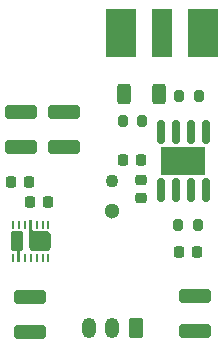
<source format=gbr>
%TF.GenerationSoftware,KiCad,Pcbnew,(6.0.7)*%
%TF.CreationDate,2023-06-20T10:51:48+02:00*%
%TF.ProjectId,SFH203_photodetector,53464832-3033-45f7-9068-6f746f646574,2.2.1*%
%TF.SameCoordinates,Original*%
%TF.FileFunction,Soldermask,Top*%
%TF.FilePolarity,Negative*%
%FSLAX46Y46*%
G04 Gerber Fmt 4.6, Leading zero omitted, Abs format (unit mm)*
G04 Created by KiCad (PCBNEW (6.0.7)) date 2023-06-20 10:51:48*
%MOMM*%
%LPD*%
G01*
G04 APERTURE LIST*
G04 Aperture macros list*
%AMRoundRect*
0 Rectangle with rounded corners*
0 $1 Rounding radius*
0 $2 $3 $4 $5 $6 $7 $8 $9 X,Y pos of 4 corners*
0 Add a 4 corners polygon primitive as box body*
4,1,4,$2,$3,$4,$5,$6,$7,$8,$9,$2,$3,0*
0 Add four circle primitives for the rounded corners*
1,1,$1+$1,$2,$3*
1,1,$1+$1,$4,$5*
1,1,$1+$1,$6,$7*
1,1,$1+$1,$8,$9*
0 Add four rect primitives between the rounded corners*
20,1,$1+$1,$2,$3,$4,$5,0*
20,1,$1+$1,$4,$5,$6,$7,0*
20,1,$1+$1,$6,$7,$8,$9,0*
20,1,$1+$1,$8,$9,$2,$3,0*%
%AMFreePoly0*
4,1,38,0.670671,0.870970,0.751777,0.816777,0.805970,0.735671,0.825000,0.640000,0.825000,-0.640000,0.805970,-0.735671,0.751777,-0.816777,0.670671,-0.870970,0.575000,-0.890000,-0.780000,-0.890000,-0.880000,-0.915000,-1.750000,-0.915000,-1.750000,-0.665000,-1.075500,-0.665000,-1.075436,-0.664844,-1.075387,-0.664683,-1.075364,-0.664671,-1.075354,-0.664646,-1.075199,-0.664582,-1.075050,-0.664502,
-1.025101,-0.659508,-0.977199,-0.644539,-0.935281,-0.621584,-0.897355,-0.590644,-0.866421,-0.551727,-0.844465,-0.510809,-0.830492,-0.463901,-0.825497,-0.414950,-0.825420,-0.414807,-0.825354,-0.414646,-0.825329,-0.414636,-0.825316,-0.414612,-0.825157,-0.414565,-0.825000,-0.414500,-0.825000,0.640000,-0.575000,0.890000,0.575000,0.890000,0.670671,0.870970,0.670671,0.870970,$1*%
%AMFreePoly1*
4,1,25,0.670671,0.515970,0.751777,0.461777,0.805970,0.380671,0.825000,0.285000,0.825000,0.270000,1.750000,0.270000,1.750000,0.020000,0.825000,0.020000,0.825000,-0.285000,0.805970,-0.380671,0.751777,-0.461777,0.670671,-0.515970,0.575000,-0.535000,-0.575000,-0.535000,-0.670671,-0.515970,-0.751777,-0.461777,-0.805970,-0.380671,-0.825000,-0.285000,-0.825000,0.285000,-0.805970,0.380671,
-0.751777,0.461777,-0.670671,0.515970,-0.575000,0.535000,0.575000,0.535000,0.670671,0.515970,0.670671,0.515970,$1*%
G04 Aperture macros list end*
%ADD10RoundRect,0.225000X-0.225000X-0.250000X0.225000X-0.250000X0.225000X0.250000X-0.225000X0.250000X0*%
%ADD11O,1.200000X1.750000*%
%ADD12RoundRect,0.250000X0.350000X0.625000X-0.350000X0.625000X-0.350000X-0.625000X0.350000X-0.625000X0*%
%ADD13RoundRect,0.250000X1.100000X-0.325000X1.100000X0.325000X-1.100000X0.325000X-1.100000X-0.325000X0*%
%ADD14RoundRect,0.225000X0.225000X0.250000X-0.225000X0.250000X-0.225000X-0.250000X0.225000X-0.250000X0*%
%ADD15RoundRect,0.200000X0.200000X0.275000X-0.200000X0.275000X-0.200000X-0.275000X0.200000X-0.275000X0*%
%ADD16RoundRect,0.250000X-0.312500X-0.625000X0.312500X-0.625000X0.312500X0.625000X-0.312500X0.625000X0*%
%ADD17R,0.250000X0.700000*%
%ADD18FreePoly0,270.000000*%
%ADD19FreePoly1,270.000000*%
%ADD20RoundRect,0.225000X0.250000X-0.225000X0.250000X0.225000X-0.250000X0.225000X-0.250000X-0.225000X0*%
%ADD21RoundRect,0.250000X-1.100000X0.325000X-1.100000X-0.325000X1.100000X-0.325000X1.100000X0.325000X0*%
%ADD22R,1.780000X4.190000*%
%ADD23R,2.665000X4.190000*%
%ADD24RoundRect,0.150000X0.150000X-0.825000X0.150000X0.825000X-0.150000X0.825000X-0.150000X-0.825000X0*%
%ADD25R,3.810000X2.410000*%
%ADD26RoundRect,0.200000X-0.200000X-0.275000X0.200000X-0.275000X0.200000X0.275000X-0.200000X0.275000X0*%
%ADD27C,1.300000*%
%ADD28C,1.100000*%
G04 APERTURE END LIST*
D10*
%TO.C,C3*%
X202625000Y-111700000D03*
X204175000Y-111700000D03*
%TD*%
D11*
%TO.C,J1*%
X195000000Y-118100000D03*
X197000000Y-118100000D03*
D12*
X199000000Y-118100000D03*
%TD*%
D10*
%TO.C,C4*%
X197925000Y-103900000D03*
X199475000Y-103900000D03*
%TD*%
D13*
%TO.C,C8*%
X192900000Y-102800000D03*
X192900000Y-99850000D03*
%TD*%
D14*
%TO.C,C7*%
X189975000Y-105800000D03*
X188425000Y-105800000D03*
%TD*%
D15*
%TO.C,R3*%
X204325000Y-98500000D03*
X202675000Y-98500000D03*
%TD*%
D16*
%TO.C,R4*%
X198037500Y-98300000D03*
X200962500Y-98300000D03*
%TD*%
D17*
%TO.C,U2*%
X191600000Y-109400000D03*
X191100000Y-109400000D03*
X190600000Y-109400000D03*
D18*
X190890000Y-110800000D03*
D17*
X189600000Y-109400000D03*
X189100000Y-109400000D03*
X188600000Y-109400000D03*
X188600000Y-112200000D03*
D19*
X188955000Y-110800000D03*
D17*
X189600000Y-112200000D03*
X190100000Y-112200000D03*
X190600000Y-112200000D03*
X191100000Y-112200000D03*
X191600000Y-112200000D03*
%TD*%
D20*
%TO.C,C5*%
X199400000Y-107175000D03*
X199400000Y-105625000D03*
%TD*%
D21*
%TO.C,C1*%
X204000000Y-115437500D03*
X204000000Y-118387500D03*
%TD*%
D22*
%TO.C,J4*%
X201200000Y-93135000D03*
D23*
X197707500Y-93135000D03*
X204692500Y-93135000D03*
%TD*%
D24*
%TO.C,U1*%
X201095000Y-106475000D03*
X202365000Y-106475000D03*
X203635000Y-106475000D03*
X204905000Y-106475000D03*
X204905000Y-101525000D03*
X203635000Y-101525000D03*
X202365000Y-101525000D03*
X201095000Y-101525000D03*
D25*
X203000000Y-104000000D03*
%TD*%
D15*
%TO.C,R2*%
X199525000Y-100600000D03*
X197875000Y-100600000D03*
%TD*%
D14*
%TO.C,C6*%
X191575000Y-107500000D03*
X190025000Y-107500000D03*
%TD*%
D26*
%TO.C,R1*%
X202575000Y-109400000D03*
X204225000Y-109400000D03*
%TD*%
D21*
%TO.C,C9*%
X189300000Y-99850000D03*
X189300000Y-102800000D03*
%TD*%
D13*
%TO.C,C2*%
X190000000Y-118475000D03*
X190000000Y-115525000D03*
%TD*%
D27*
%TO.C,D1*%
X196992500Y-108270000D03*
D28*
X196992500Y-105710000D03*
%TD*%
M02*

</source>
